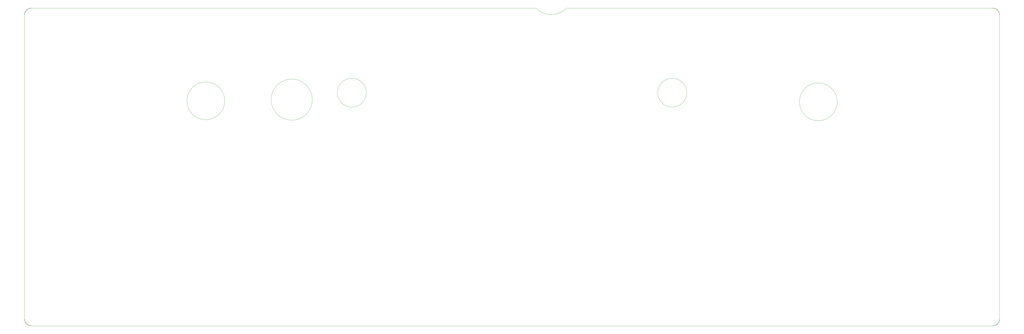
<source format=gm1>
%TF.GenerationSoftware,KiCad,Pcbnew,5.99.0-unknown-ae51e60f70~131~ubuntu21.10.1*%
%TF.CreationDate,2021-09-02T01:24:26-04:00*%
%TF.ProjectId,aek,61656b2e-6b69-4636-9164-5f7063625858,rev?*%
%TF.SameCoordinates,Original*%
%TF.FileFunction,Profile,NP*%
%FSLAX46Y46*%
G04 Gerber Fmt 4.6, Leading zero omitted, Abs format (unit mm)*
G04 Created by KiCad (PCBNEW 5.99.0-unknown-ae51e60f70~131~ubuntu21.10.1) date 2021-09-02 01:24:26*
%MOMM*%
%LPD*%
G01*
G04 APERTURE LIST*
%TA.AperFunction,Profile*%
%ADD10C,0.150000*%
%TD*%
%TA.AperFunction,Profile*%
%ADD11C,0.050000*%
%TD*%
G04 APERTURE END LIST*
D10*
X456882500Y-154432000D02*
G75*
G02*
X453834500Y-157480000I-3048000J0D01*
G01*
X18986500Y-17780000D02*
G75*
G02*
X22034500Y-14732000I3048000J0D01*
G01*
X22034500Y-157480000D02*
G75*
G02*
X18986500Y-154432000I0J3048000D01*
G01*
D11*
X22034500Y-157480000D02*
X453834500Y-157480000D01*
X456882500Y-154432000D02*
X456882500Y-17780000D01*
X18986500Y-17780000D02*
X18986500Y-154432000D01*
X172486500Y-52730000D02*
G75*
G03*
X172486500Y-52730000I-6500000J0D01*
G01*
X148236500Y-55850000D02*
G75*
G03*
X148236500Y-55850000I-9250000J0D01*
G01*
X248692001Y-14731999D02*
X22034500Y-14732000D01*
X262407999Y-14731999D02*
X453834500Y-14732000D01*
X108885512Y-56400000D02*
G75*
G03*
X108885512Y-56400000I-8500000J0D01*
G01*
X262407998Y-14731999D02*
G75*
G02*
X248692001Y-14731999I-6857998J6496633D01*
G01*
X316386500Y-52730000D02*
G75*
G03*
X316386500Y-52730000I-6500000J0D01*
G01*
X383985512Y-56830000D02*
G75*
G03*
X383985512Y-56830000I-8500000J0D01*
G01*
D10*
X453834500Y-14732000D02*
G75*
G02*
X456882500Y-17780000I0J-3048000D01*
G01*
M02*

</source>
